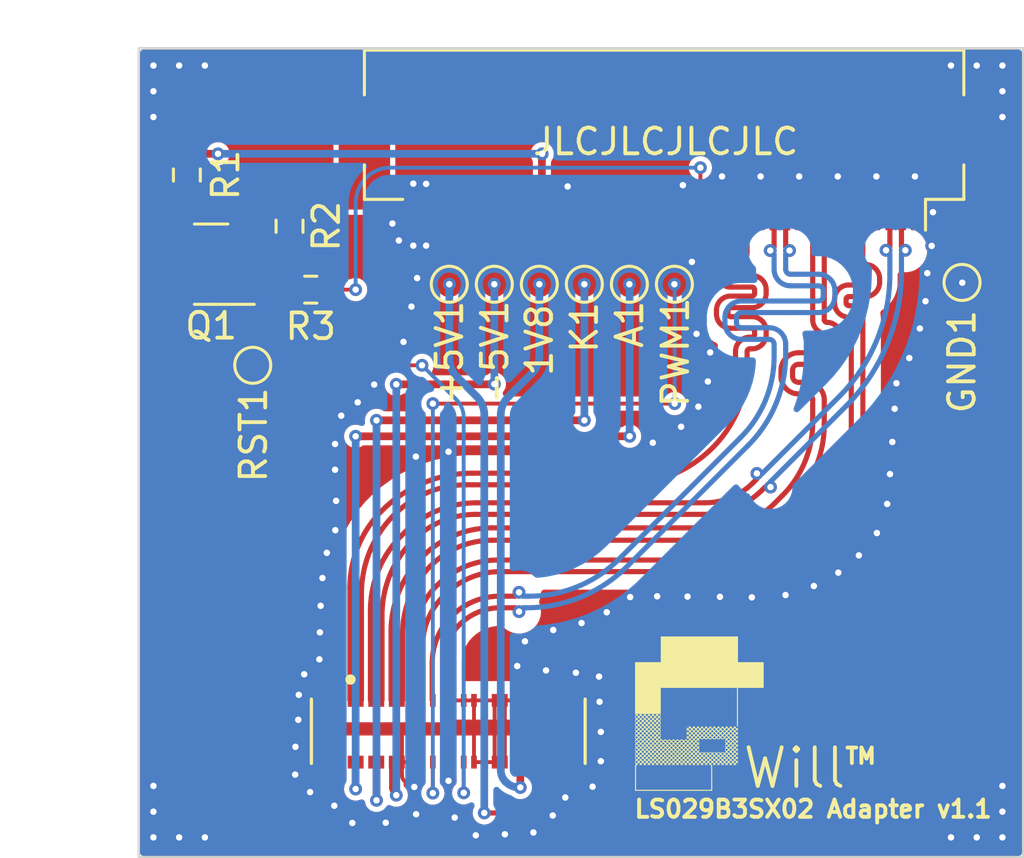
<source format=kicad_pcb>
(kicad_pcb (version 20240108) (generator "pcbnew") (generator_version "8.0")
  (layers (0 "F.Cu" signal) (31 "B.Cu" signal) (34 "B.Paste" user) (35 "F.Paste" user) (36 "B.SilkS" user "B.Silkscreen") (37 "F.SilkS" user "F.Silkscreen") (38 "B.Mask" user) (39 "F.Mask" user) (44 "Edge.Cuts" user))
  (net 0 "")
  (net 1 "GND")
  (net 2 "/D0_P")
  (net 3 "/D0_N")
  (net 4 "/D1_P")
  (net 5 "/D1_N")
  (net 6 "/CLK_P")
  (net 7 "/CLK_N")
  (net 8 "/D2_P")
  (net 9 "/D2_N")
  (net 10 "/D3_P")
  (net 11 "/D3_N")
  (net 12 "/PWM")
  (net 13 "/RESET")
  (net 14 "/LCD_A")
  (net 15 "/LCD_K")
  (net 16 "+1V8")
  (net 17 "-5V")
  (net 18 "+5V")
  (net 19 "Net-(J3-Pin_18)")
  (net 20 "Net-(Q1-B)")
  (footprint "Connector_JAE:JAE_WP7B-S040VA1-R6000" (layer "F.Cu") (at 147.96 140.375 180)
    (property "Reference" "J2" (hide yes))
    (property "Value" "WP7B-S040VA1-R6000")
  )
  (footprint "TestPoint:TestPoint_Pad_D1.0mm" (layer "F.Cu") (at 156.75 123 90)
    (property "Reference" "PWM1")
    (property "Value" "TestPoint")
  )
  (footprint "Resistor_SMD:R_0603_1608Metric" (layer "F.Cu") (at 142.615 123.21 180)
    (property "Reference" "R3")
    (property "Value" "1k")
  )
  (footprint "TestPoint:TestPoint_Pad_D1.0mm" (layer "F.Cu") (at 155 123)
    (property "Reference" "A1")
    (property "Value" "TestPoint")
  )
  (footprint "TestPoint:TestPoint_Pad_D1.0mm" (layer "F.Cu") (at 140.36 126.15)
    (property "Reference" "RST1")
    (property "Value" "TestPoint")
  )
  (footprint "LOGO" (layer "F.Cu") (at 156.72 140.69)
    (property "Reference" "")
    (property "Value" "" (hide yes))
  )
  (footprint "TestPoint:TestPoint_Pad_D1.0mm" (layer "F.Cu") (at 153.25 123)
    (property "Reference" "K1")
    (property "Value" "TestPoint")
  )
  (footprint "Resistor_SMD:R_0603_1608Metric" (layer "F.Cu") (at 141.79 120.745 -90)
    (property "Reference" "R2")
    (property "Value" "10k")
  )
  (footprint "TestPoint:TestPoint_Pad_D1.0mm" (layer "F.Cu") (at 151.5 123 90)
    (property "Reference" "1V8")
    (property "Value" "TestPoint")
  )
  (footprint "Package_TO_SOT_SMD:SOT-23" (layer "F.Cu") (at 138.7425 122.22 180)
    (property "Reference" "Q1")
    (property "Value" "BC847")
  )
  (footprint "TestPoint:TestPoint_Pad_D1.0mm" (layer "F.Cu") (at 148 123 90)
    (property "Reference" "+5V1")
    (property "Value" "TestPoint")
  )
  (footprint "Resistor_SMD:R_0603_1608Metric" (layer "F.Cu") (at 137.8 118.755 90)
    (property "Reference" "R1")
    (property "Value" "10k")
  )
  (footprint "Connector_FFC-FPC:Hirose_FH12-40S-0.5SH_1x40-1MP_P0.50mm_Horizontal" (layer "F.Cu") (at 156.35 118.4 180)
    (property "Reference" "J3" (hide yes))
    (property "Value" "Conn_01x40")
  )
  (footprint "TestPoint:TestPoint_Pad_D1.0mm" (layer "F.Cu") (at 167.93 122.93 90)
    (property "Reference" "GND1")
    (property "Value" "TestPoint")
  )
  (footprint "TestPoint:TestPoint_Pad_D1.0mm" (layer "F.Cu") (at 149.75 123 90)
    (property "Reference" "-5V1")
    (property "Value" "TestPoint")
  )
  (gr_rect (start 135.93 113.83) (end 170.31 145.27) (stroke (width 0.1)) (fill none) (layer "Edge.Cuts"))
  (gr_text "TM" (at 163.32 141.69 0) (layer "F.SilkS") (effects (font (size 0.6 0.6)) (justify left bottom)))
  (gr_text "LS029B3SX02 Adapter v1.1\n" (at 155.12 143.79 0) (layer "F.SilkS") (effects (font (size 0.67 0.67)) (justify left bottom)))
  (gr_text "Will" (at 159.32 142.69 0) (layer "F.SilkS") (effects (font (size 1.5 1.5)) (justify left bottom)))
  (gr_text "JLCJLCJLCJLC" (at 151.17 118.04 0) (layer "F.SilkS") (effects (font (size 1 1)) (justify left bottom)))
  (segment (start 149.1 120.25) (end 150.1 120.25) (width 0.25) (layer "F.Cu") (net 0))
  (segment (start 146.64 142.54) (end 146.56 142.46) (width 0.15) (layer "F.Cu") (net 1))
  (segment (start 146.96 141.575) (end 146.96 140.48) (width 0.15) (layer "F.Cu") (net 1))
  (segment (start 150.56 139.175) (end 150.56 140.25) (width 0.15) (layer "F.Cu") (net 1))
  (segment (start 149.36 139.175) (end 149.36 141.575) (width 0.15) (layer "F.Cu") (net 1))
  (segment (start 148.16 139.175) (end 148.16 140.16) (width 0.15) (layer "F.Cu") (net 1))
  (segment (start 151.76 139.175) (end 151.76 140.25) (width 0.15) (layer "F.Cu") (net 1))
  (segment (start 148.56 139.175) (end 148.56 140.21) (width 0.15) (layer "F.Cu") (net 1))
  (segment (start 148.96 141.575) (end 150.16 141.575) (width 0.15) (layer "F.Cu") (net 1))
  (segment (start 150.16 139.175) (end 150.16 141.575) (width 0.15) (layer "F.Cu") (net 1))
  (segment (start 146.64 142.54) (end 146.49 142.54) (width 0.15) (layer "F.Cu") (net 1))
  (segment (start 166.1 120.25) (end 166.1 118.81) (width 0.25) (layer "F.Cu") (net 1))
  (segment (start 146.64 142.54) (end 146.872132 142.307868) (width 0.15) (layer "F.Cu") (net 1))
  (segment (start 150.96 139.175) (end 150.96 140.24) (width 0.15) (layer "F.Cu") (net 1))
  (segment (start 161.6 120.25) (end 161.6 118.81) (width 0.25) (layer "F.Cu") (net 1))
  (segment (start 163.1 120.25) (end 163.1 118.81) (width 0.25) (layer "F.Cu") (net 1))
  (segment (start 158.6 120.25) (end 158.6 118.81) (width 0.25) (layer "F.Cu") (net 1))
  (segment (start 148.96 139.175) (end 148.96 141.575) (width 0.15) (layer "F.Cu") (net 1))
  (segment (start 146.16 141.575) (end 146.16 140.41) (width 0.15) (layer "F.Cu") (net 1))
  (segment (start 146.16 141.575) (end 146.96 141.575) (width 0.15) (layer "F.Cu") (net 1))
  (segment (start 148.16 139.175) (end 151.76 139.175) (width 0.15) (layer "F.Cu") (net 1))
  (segment (start 146.96 142.095736) (end 146.96 141.575) (width 0.15) (layer "F.Cu") (net 1))
  (segment (start 146.56 142.46) (end 146.56 141.575) (width 0.15) (layer "F.Cu") (net 1))
  (segment (start 151.36 139.175) (end 151.36 140.24) (width 0.15) (layer "F.Cu") (net 1))
  (segment (start 146.49 142.54) (end 146.247868 142.297868) (width 0.15) (layer "F.Cu") (net 1))
  (segment (start 149.76 139.175) (end 149.76 141.575) (width 0.15) (layer "F.Cu") (net 1))
  (segment (start 164.6 120.25) (end 164.6 118.81) (width 0.25) (layer "F.Cu") (net 1))
  (segment (start 160.1 120.25) (end 160.1 118.81) (width 0.25) (layer "F.Cu") (net 1))
  (segment (start 146.16 142.085736) (end 146.16 141.575) (width 0.15) (layer "F.Cu") (net 1))
  (segment (start 146.56 141.575) (end 146.56 140.36) (width 0.15) (layer "F.Cu") (net 1))
  (via (at 145.79 120.64) (size 0.5) (drill 0.25) (layers "F.Cu" "B.Cu") (net 1))
  (via (at 136.5 142.5) (size 0.5) (drill 0.25) (layers "F.Cu" "B.Cu") (net 1))
  (via (at 138.5 114.5) (size 0.5) (drill 0.25) (layers "F.Cu" "B.Cu") (net 1))
  (via (at 143.53 143.27) (size 0.5) (drill 0.25) (layers "F.Cu" "B.Cu") (net 1))
  (via (at 137.5 144.5) (size 0.5) (drill 0.25) (layers "F.Cu" "B.Cu") (net 1))
  (via (at 148.21 143.73) (size 0.5) (drill 0.25) (layers "F.Cu" "B.Cu") (net 1))
  (via (at 153.14 136.17) (size 0.5) (drill 0.25) (layers "F.Cu" "B.Cu") (net 1))
  (via (at 146.04 121.3) (size 0.5) (drill 0.25) (layers "F.Cu" "B.Cu") (net 1))
  (via (at 166.51 123.66) (size 0.5) (drill 0.25) (layers "F.Cu" "B.Cu") (net 1))
  (via (at 166.1 118.81) (size 0.5) (drill 0.25) (layers "F.Cu" "B.Cu") (net 1))
  (via (at 146.6 121.5) (size 0.5) (drill 0.25) (layers "F.Cu" "B.Cu") (net 1))
  (via (at 169.5 115.5) (size 0.5) (drill 0.25) (layers "F.Cu" "B.Cu") (net 1))
  (via (at 147.97 129.51) (size 0.5) (drill 0.25) (layers "F.Cu" "B.Cu") (net 1))
  (via (at 142.97 136.53) (size 0.5) (drill 0.25) (layers "F.Cu" "B.Cu") (net 1))
  (via (at 153.89 141.54) (size 0.5) (drill 0.25) (layers "F.Cu" "B.Cu") (net 1))
  (via (at 136.5 144.5) (size 0.5) (drill 0.25) (layers "F.Cu" "B.Cu") (net 1))
  (via (at 150.16 144.38) (size 0.5) (drill 0.25) (layers "F.Cu" "B.Cu") (net 1))
  (via (at 146.7 129.7) (size 0.5) (drill 0.25) (layers "F.Cu" "B.Cu") (net 1))
  (via (at 146.53 123.87) (size 0.5) (drill 0.25) (layers "F.Cu" "B.Cu") (net 1))
  (via (at 165.31 127.84) (size 0.5) (drill 0.25) (layers "F.Cu" "B.Cu") (net 1))
  (via (at 165.02 131.54) (size 0.5) (drill 0.25) (layers "F.Cu" "B.Cu") (net 1))
  (via (at 167.5 144.5) (size 0.5) (drill 0.25) (layers "F.Cu" "B.Cu") (net 1))
  (via (at 163.92 133.54) (size 0.5) (drill 0.25) (layers "F.Cu" "B.Cu") (net 1))
  (via (at 161.6 118.81) (size 0.5) (drill 0.25) (layers "F.Cu" "B.Cu") (net 1))
  (via (at 157.26 135.14) (size 0.5) (drill 0.25) (layers "F.Cu" "B.Cu") (net 1))
  (via (at 158.6 118.81) (size 0.5) (drill 0.25) (layers "F.Cu" "B.Cu") (net 1))
  (via (at 149.03 144.42) (size 0.5) (drill 0.25) (layers "F.Cu" "B.Cu") (net 1))
  (via (at 142.01 142.06) (size 0.5) (drill 0.25) (layers "F.Cu" "B.Cu") (net 1))
  (via (at 163.1 118.81) (size 0.5) (drill 0.25) (layers "F.Cu" "B.Cu") (net 1))
  (via (at 150.64 137.84) (size 0.5) (drill 0.25) (layers "F.Cu" "B.Cu") (net 1))
  (via (at 169.5 142.5) (size 0.5) (drill 0.25) (layers "F.Cu" "B.Cu") (net 1))
  (via (at 143.57 132.56) (size 0.5) (drill 0.25) (layers "F.Cu" "B.Cu") (net 1))
  (via (at 157.68 127.76) (size 0.5) (drill 0.25) (layers "F.Cu" "B.Cu") (net 1))
  (via (at 151.76 138.01) (size 0.5) (drill 0.25) (layers "F.Cu" "B.Cu") (net 1))
  (via (at 154.12 135.75) (size 0.5) (drill 0.25) (layers "F.Cu" "B.Cu") (net 1))
  (via (at 152.02 143.65) (size 0.5) (drill 0.25) (layers "F.Cu" "B.Cu") (net 1))
  (via (at 165.38 126.85) (size 0.5) (drill 0.25) (layers "F.Cu" "B.Cu") (net 1))
  (via (at 155.91 129.16) (size 0.5) (drill 0.25) (layers "F.Cu" "B.Cu") (net 1))
  (via (at 165.22 129.13) (size 0.5) (drill 0.25) (layers "F.Cu" "B.Cu") (net 1))
  (via (at 168.5 114.5) (size 0.5) (drill 0.25) (layers "F.Cu" "B.Cu") (net 1))
  (via (at 143.8 128.11) (size 0.5) (drill 0.25) (layers "F.Cu" "B.Cu") (net 1))
  (via (at 143.24 133.44) (size 0.5) (drill 0.25) (layers "F.Cu" "B.Cu") (net 1))
  (via (at 147.1 121.5) (size 0.5) (drill 0.25) (layers "F.Cu" "B.Cu") (net 1))
  (via (at 167.5 114.5) (size 0.5) (drill 0.25) (layers "F.Cu" "B.Cu") (net 1))
  (via (at 137.5 114.5) (size 0.5) (drill 0.25) (layers "F.Cu" "B.Cu") (net 1))
  (via (at 158.05 126.78) (size 0.5) (drill 0.25) (layers "F.Cu" "B.Cu") (net 1))
  (via (at 157.61 124.93) (size 0.5) (drill 0.25) (layers "F.Cu" "B.Cu") (net 1))
  (via (at 164.62 132.67) (size 0.5) (drill 0.25) (layers "F.Cu" "B.Cu") (net 1))
  (via (at 157.43 122.13) (size 0.5) (drill 0.25) (layers "F.Cu" "B.Cu") (net 1))
  (via (at 166.75 121.51) (size 0.5) (drill 0.25) (layers "F.Cu" "B.Cu") (net 1))
  (via (at 146.64 142.54) (size 0.5) (drill 0.25) (layers "F.Cu" "B.Cu") (net 1))
  (via (at 161.07 135.08) (size 0.5) (drill 0.25) (layers "F.Cu" "B.Cu") (net 1))
  (via (at 165.13 130.38) (size 0.5) (drill 0.25) (layers "F.Cu" "B.Cu") (net 1))
  (via (at 153.84 139.23) (size 0.5) (drill 0.25) (layers "F.Cu" "B.Cu") (net 1))
  (via (at 163.12 134.21) (size 0.5) (drill 0.25) (layers "F.Cu" "B.Cu") (net 1))
  (via (at 146.71 143.6) (size 0.5) (drill 0.25) (layers "F.Cu" "B.Cu") (net 1))
  (via (at 150.94 136.88) (size 0.5) (drill 0.25) (layers "F.Cu" "B.Cu") (net 1))
  (via (at 146.75 122.76) (size 0.5) (drill 0.25) (layers "F.Cu" "B.Cu") (net 1))
  (via (at 136.5 143.5) (size 0.5) (drill 0.25) (layers "F.Cu" "B.Cu") (net 1))
  (via (at 152.51 142.95) (size 0.5) (drill 0.25) (layers "F.Cu" "B.Cu") (net 1))
  (via (at 152.92 138.1) (size 0.5) (drill 0.25) (layers "F.Cu" "B.Cu") (net 1))
  (via (at 165.88 125.87) (size 0.5) (drill 0.25) (layers "F.Cu" "B.Cu") (net 1))
  (via (at 136.5 114.5) (size 0.5) (drill 0.25) (layers "F.Cu" "B.Cu") (net 1))
  (via (at 147.1 119.1) (size 0.5) (drill 0.25) (layers "F.Cu" "B.Cu") (net 1))
  (via (at 155.03 135.16) (size 0.5) (drill 0.25) (layers "F.Cu" "B.Cu") (net 1))
  (via (at 143.56 130.21) (size 0.5) (drill 0.25) (layers "F.Cu" "B.Cu") (net 1))
  (via (at 169.5 116.5) (size 0.5) (drill 0.25) (layers "F.Cu" "B.Cu") (net 1))
  (via (at 169.5 143.5) (size 0.5) (drill 0.25) (layers "F.Cu" "B.Cu") (net 1))
  (via (at 169.5 114.5) (size 0.5) (drill 0.25) (layers "F.Cu" "B.Cu") (net 1))
  (via (at 162.17 134.73) (size 0.5) (drill 0.25) (layers "F.Cu" "B.Cu") (net 1))
  (via (at 145.53 143.93) (size 0.5) (drill 0.25) (layers "F.Cu" "B.Cu") (net 1))
  (via (at 151.27 144.31) (size 0.5) (drill 0.25) (layers "F.Cu" "B.Cu") (net 1))
  (via (at 153.57 142.53) (size 0.5) (drill 0.25) (layers "F.Cu" "B.Cu") (net 1))
  (via (at 138.5 144.5) (size 0.5) (drill 0.25) (layers "F.Cu" "B.Cu") (net 1))
  (via (at 136.5 116.5) (size 0.5) (drill 0.25) (layers "F.Cu" "B.Cu") (net 1))
  (via (at 142.02 140.98) (size 0.5) (drill 0.25) (layers "F.Cu" "B.Cu") (net 1))
  (via (at 158.14 125.65) (size 0.5) (drill 0.25) (layers "F.Cu" "B.Cu") (net 1))
  (via (at 153.82 138.25) (size 0.5) (drill 0.25) (layers "F.Cu" "B.Cu") (net 1))
  (via (at 142.15 138.96) (size 0.5) (drill 0.25) (layers "F.Cu" "B.Cu") (net 1))
  (via (at 156.08 135.13) (size 0.5) (drill 0.25) (layers "F.Cu" "B.Cu") (net 1))
  (via (at 152.6 119.2) (size 0.5) (drill 0.25) (layers "F.Cu" "B.Cu") (net 1))
  (via (at 168.5 144.5) (size 0.5) (drill 0.25) (layers "F.Cu" "B.Cu") (net 1))
  (via (at 142.59 142.74) (size 0.5) (drill 0.25) (layers "F.Cu" "B.Cu") (net 1))
  (via (at 143.6 131.42) (size 0.5) (drill 0.25) (layers "F.Cu" "B.Cu") (net 1))
  (via (at 157.01 128.54) (size 0.5) (drill 0.25) (layers "F.Cu" "B.Cu") (net 1))
  (via (at 169.5 144.5) (size 0.5) (drill 0.25) (layers "F.Cu" "B.Cu") (net 1))
  (via (at 147.97 142.3) (size 0.5) (drill 0.25) (layers "F.Cu" "B.Cu") (net 1))
  (via (at 142.95 137.58) (size 0.5) (drill 0.25) (layers "F.Cu" "B.Cu") (net 1))
  (via (at 166.58 122.57) (size 0.5) (drill 0.25) (layers "F.Cu" "B.Cu") (net 1))
  (via (at 166.8 120.2) (size 0.5) (drill 0.25) (layers "F.Cu" "B.Cu") (net 1))
  (via (at 136.5 115.5) (size 0.5) (drill 0.25) (layers "F.Cu" "B.Cu") (net 1))
  (via (at 152.04 136.44) (size 0.5) (drill 0.25) (layers "F.Cu" "B.Cu") (net 1))
  (via (at 157.08 119.15) (size 0.5) (drill 0.25) (layers "F.Cu" "B.Cu") (net 1))
  (via (at 164.6 118.81) (size 0.5) (drill 0.25) (layers "F.Cu" "B.Cu") (net 1))
  (via (at 144.44 127.59) (size 0.5) (drill 0.25) (layers "F.Cu" "B.Cu") (net 1))
  (via (at 167.94 122.94) (size 0.5) (drill 0.25) (layers "F.Cu" "B.Cu") (net 1))
  (via (at 143 135.5) (size 0.5) (drill 0.25) (layers "F.Cu" "B.Cu") (net 1))
  (via (at 142.36 138.16) (size 0.5) (drill 0.25) (layers "F.Cu" "B.Cu") (net 1))
  (via (at 143.07 134.42) (size 0.5) (drill 0.25) (layers "F.Cu" "B.Cu") (net 1))
  (via (at 143.56 129.21) (size 0.5) (drill 0.25) (layers "F.Cu" "B.Cu") (net 1))
  (via (at 159.76 135.17) (size 0.5) (drill 0.25) (layers "F.Cu" "B.Cu") (net 1))
  (via (at 160.1 118.81) (size 0.5) (drill 0.25) (layers "F.Cu" "B.Cu") (net 1))
  (via (at 146.6 119.09) (size 0.5) (drill 0.25) (layers "F.Cu" "B.Cu") (net 1))
  (via (at 144.23 143.94) (size 0.5) (drill 0.25) (layers "F.Cu" "B.Cu") (net 1))
  (via (at 145.08 126.9) (size 0.5) (drill 0.25) (layers "F.Cu" "B.Cu") (net 1))
  (via (at 166.29 124.72) (size 0.5) (drill 0.25) (layers "F.Cu" "B.Cu") (net 1))
  (via (at 158.52 135.15) (size 0.5) (drill 0.25) (layers "F.Cu" "B.Cu") (net 1))
  (via (at 146.22 125.24) (size 0.5) (drill 0.25) (layers "F.Cu" "B.Cu") (net 1))
  (via (at 142.13 139.93) (size 0.5) (drill 0.25) (layers "F.Cu" "B.Cu") (net 1))
  (via (at 153.89 140.4) (size 0.5) (drill 0.25) (layers "F.Cu" "B.Cu") (net 1))
  (arc (start 146.16 142.085736) (mid 146.182836 142.200541) (end 146.247868 142.297868) (width 0.15) (layer "F.Cu") (net 1))
  (arc (start 146.96 142.095736) (mid 146.937164 142.210541) (end 146.872132 142.307868) (width 0.15) (layer "F.Cu") (net 1))
  (segment (start 160.273033 130.885166) (end 160.485166 130.885166) (width 0.2) (layer "F.Cu") (net 2))
  (segment (start 160.176487 130.981712) (end 160.273033 130.885166) (width 0.2) (layer "F.Cu") (net 2))
  (segment (start 145.385001 139.149999) (end 145.385001 135.870775) (width 0.2) (layer "F.Cu") (net 2))
  (segment (start 165.6 120.25) (end 165.54 120.31) (width 0.18) (layer "F.Cu") (net 2))
  (segment (start 149.03259 131.945) (end 157.850904 131.945) (width 0.2) (layer "F.Cu") (net 2))
  (segment (start 165.725 121.68) (end 165.575 121.53) (width 0.2) (layer "F.Cu") (net 2))
  (segment (start 145.36 139.175) (end 145.385001 139.149999) (width 0.2) (layer "F.Cu") (net 2))
  (segment (start 165.575 121.53) (end 165.575 120.69) (width 0.2) (layer "F.Cu") (net 2))
  (segment (start 165.6 120.25) (end 165.54 120.31) (width 0.18) (layer "F.Cu") (net 2))
  (via (at 160.485166 130.885166) (size 0.5) (drill 0.25) (layers "F.Cu" "B.Cu") (net 2))
  (via (at 165.725 121.68) (size 0.5) (drill 0.25) (layers "F.Cu" "B.Cu") (net 2))
  (arc (start 149.03259 131.945) (mid 147.712006 132.20768) (end 146.592469 132.955731) (width 0.2) (layer "F.Cu") (net 2))
  (arc (start 157.850904 131.945) (mid 159.1095 131.69465) (end 160.176487 130.981712) (width 0.2) (layer "F.Cu") (net 2))
  (arc (start 145.385001 135.870775) (mid 145.698804 134.29318) (end 146.592469 132.955731) (width 0.2) (layer "F.Cu") (net 2))
  (segment (start 165.575001 122.514593) (end 165.575001 121.829999) (width 0.2) (layer "B.Cu") (net 2))
  (segment (start 160.485166 130.885166) (end 160.485166 130.673033) (width 0.2) (layer "B.Cu") (net 2))
  (segment (start 160.485166 130.673033) (end 163.405171 127.753028) (width 0.2) (layer "B.Cu") (net 2))
  (segment (start 165.575001 121.829999) (end 165.725 121.68) (width 0.2) (layer "B.Cu") (net 2))
  (arc (start 165.575001 122.514593) (mid 165.01108 125.349613) (end 163.405171 127.753028) (width 0.2) (layer "B.Cu") (net 2))
  (segment (start 146.14168 132.77012) (end 146.24865 132.663149) (width 0.2) (layer "F.Cu") (net 3))
  (segment (start 164.975 121.68) (end 165.125 121.53) (width 0.2) (layer "F.Cu") (net 3))
  (segment (start 165.125 121.53) (end 165.125 120.69) (width 0.2) (layer "F.Cu") (net 3))
  (segment (start 149.068785 131.495) (end 157.93251 131.495) (width 0.2) (layer "F.Cu") (net 3))
  (segment (start 159.800582 130.721219) (end 159.954834 130.566967) (width 0.2) (layer "F.Cu") (net 3))
  (segment (start 159.954834 130.566967) (end 159.954834 130.354834) (width 0.2) (layer "F.Cu") (net 3))
  (segment (start 144.934999 139.149999) (end 144.934999 135.683307) (width 0.2) (layer "F.Cu") (net 3))
  (segment (start 144.96 139.175) (end 144.934999 139.149999) (width 0.2) (layer "F.Cu") (net 3))
  (via (at 164.975 121.68) (size 0.5) (drill 0.25) (layers "F.Cu" "B.Cu") (net 3))
  (via (at 159.954834 130.354834) (size 0.5) (drill 0.25) (layers "F.Cu" "B.Cu") (net 3))
  (arc (start 144.934999 135.683307) (mid 145.248605 134.106702) (end 146.14168 132.77012) (width 0.2) (layer "F.Cu") (net 3))
  (arc (start 149.068785 131.495) (mid 147.542537 131.798592) (end 146.24865 132.663149) (width 0.2) (layer "F.Cu") (net 3))
  (arc (start 157.93251 131.495) (mid 158.943503 131.293901) (end 159.800582 130.721219) (width 0.2) (layer "F.Cu") (net 3))
  (segment (start 160.166967 130.354834) (end 163.151681 127.37012) (width 0.2) (layer "B.Cu") (net 3))
  (segment (start 159.954834 130.354834) (end 160.166967 130.354834) (width 0.2) (layer "B.Cu") (net 3))
  (segment (start 165.124999 121.829999) (end 164.975 121.68) (width 0.2) (layer "B.Cu") (net 3))
  (segment (start 165.124999 122.606109) (end 165.124999 121.829999) (width 0.2) (layer "B.Cu") (net 3))
  (arc (start 163.151681 127.37012) (mid 164.61215 125.184373) (end 165.124999 122.606109) (width 0.2) (layer "B.Cu") (net 3))
  (segment (start 147.837717 135.062284) (end 147.768556 135.131446) (width 0.2) (layer "F.Cu") (net 4))
  (segment (start 164.1 120.25) (end 164.1 121.225001) (width 0.2) (layer "F.Cu") (net 4))
  (segment (start 164.075 124.38) (end 164.075 124.53) (width 0.2) (layer "F.Cu") (net 4))
  (segment (start 164.175 123.48) (end 164.075 123.48) (width 0.2) (layer "F.Cu") (net 4))
  (segment (start 164.075 130.080668) (end 164.075 130.128188) (width 0.2) (layer "F.Cu") (net 4))
  (segment (start 164.075 121.250001) (end 164.075 122.13) (width 0.2) (layer "F.Cu") (net 4))
  (segment (start 164.075 124.53) (end 164.075 130.080668) (width 0.2) (layer "F.Cu") (net 4))
  (segment (start 163.425 123.58) (end 163.425 123.73) (width 0.2) (layer "F.Cu") (net 4))
  (segment (start 146.96 137.0835) (end 146.96 139.175) (width 0.2) (layer "F.Cu") (net 4))
  (segment (start 164.075 123.48) (end 163.525 123.48) (width 0.2) (layer "F.Cu") (net 4))
  (segment (start 159.54463 134.17) (end 149.991857 134.17) (width 0.2) (layer "F.Cu") (net 4))
  (segment (start 164.1 121.225001) (end 164.075 121.250001) (width 0.2) (layer "F.Cu") (net 4))
  (segment (start 164.725 122.78) (end 164.725 122.93) (width 0.2) (layer "F.Cu") (net 4))
  (arc (start 164.075 130.128188) (mid 163.793636 131.542703) (end 162.992378 132.74187) (width 0.2) (layer "F.Cu") (net 4))
  (arc (start 147.768556 135.131446) (mid 147.170136 136.027058) (end 146.96 137.0835) (width 0.2) (layer "F.Cu") (net 4))
  (arc (start 164.175 122.23) (mid 164.563909 122.391091) (end 164.725 122.78) (width 0.2) (layer "F.Cu") (net 4))
  (arc (start 162.992378 132.74187) (mid 161.410514 133.798852) (end 159.54463 134.17) (width 0.2) (layer "F.Cu") (net 4))
  (arc (start 163.525 123.48) (mid 163.454289 123.509289) (end 163.425 123.58) (width 0.2) (layer "F.Cu") (net 4))
  (arc (start 149.991857 134.17) (mid 148.826043 134.401897) (end 147.837717 135.062284) (width 0.2) (layer "F.Cu") (net 4))
  (arc (start 164.075 122.13) (mid 164.104289 122.200711) (end 164.175 122.23) (width 0.2) (layer "F.Cu") (net 4))
  (arc (start 163.425 123.73) (mid 163.454289 123.800711) (end 163.525 123.83) (width 0.2) (layer "F.Cu") (net 4))
  (arc (start 163.525 123.83) (mid 163.913909 123.991091) (end 164.075 124.38) (width 0.2) (layer "F.Cu") (net 4))
  (arc (start 164.725 122.93) (mid 164.563909 123.318909) (end 164.175 123.48) (width 0.2) (layer "F.Cu") (net 4))
  (segment (start 163.6 121.225001) (end 163.625 121.250001) (width 0.2) (layer "F.Cu") (net 5))
  (segment (start 163.6 120.25) (end 163.6 121.225001) (width 0.2) (layer "F.Cu") (net 5))
  (segment (start 164.075 123.03) (end 163.525 123.03) (width 0.2) (layer "F.Cu") (net 5))
  (segment (start 163.625 124.53) (end 163.625 130.080668) (width 0.2) (layer "F.Cu") (net 5))
  (segment (start 164.175 123.03) (end 164.075 123.03) (width 0.2) (layer "F.Cu") (net 5))
  (segment (start 159.63372 133.72) (end 149.891053 133.72) (width 0.2) (layer "F.Cu") (net 5))
  (segment (start 163.625 121.250001) (end 163.625 122.13) (width 0.2) (layer "F.Cu") (net 5))
  (segment (start 163.625 124.38) (end 163.625 124.53) (width 0.2) (layer "F.Cu") (net 5))
  (segment (start 164.275 122.78) (end 164.275 122.93) (width 0.2) (layer "F.Cu") (net 5))
  (segment (start 162.975 123.58) (end 162.975 123.73) (width 0.2) (layer "F.Cu") (net 5))
  (segment (start 146.534999 139.149999) (end 146.56 139.175) (width 0.2) (layer "F.Cu") (net 5))
  (segment (start 146.534999 137.106959) (end 146.534999 139.149999) (width 0.2) (layer "F.Cu") (net 5))
  (arc (start 164.175 122.68) (mid 164.245711 122.709289) (end 164.275 122.78) (width 0.2) (layer "F.Cu") (net 5))
  (arc (start 147.533404 134.696596) (mid 146.794476 135.80248) (end 146.534999 137.106959) (width 0.2) (layer "F.Cu") (net 5))
  (arc (start 163.625 122.13) (mid 163.786091 122.518909) (end 164.175 122.68) (width 0.2) (layer "F.Cu") (net 5))
  (arc (start 163.525 123.03) (mid 163.136091 123.191091) (end 162.975 123.58) (width 0.2) (layer "F.Cu") (net 5))
  (arc (start 149.891053 133.72) (mid 148.615126 133.973798) (end 147.533404 134.696596) (width 0.2) (layer "F.Cu") (net 5))
  (arc (start 164.275 122.93) (mid 164.245711 123.000711) (end 164.175 123.03) (width 0.2) (layer "F.Cu") (net 5))
  (arc (start 162.975 123.73) (mid 163.136091 124.118909) (end 163.525 124.28) (width 0.2) (layer "F.Cu") (net 5))
  (arc (start 162.631987 132.478013) (mid 161.256311 133.397247) (end 159.63372 133.72) (width 0.2) (layer "F.Cu") (net 5))
  (arc (start 163.625 130.080668) (mid 163.366924 131.378102) (end 162.631987 132.478013) (width 0.2) (layer "F.Cu") (net 5))
  (arc (start 163.525 124.28) (mid 163.595711 124.309289) (end 163.625 124.38) (width 0.2) (layer "F.Cu") (net 5))
  (segment (start 162.675 126.1125) (end 162.575 126.1125) (width 0.2) (layer "F.Cu") (net 6))
  (segment (start 162.575 128.367498) (end 162.575 128.444406) (width 0.2) (layer "F.Cu") (net 6))
  (segment (start 161.576982 126.8125) (end 161.89 126.8125) (width 0.2) (layer "F.Cu") (net 6))
  (segment (start 161.294717 131.535283) (end 161.065141 131.764859) (width 0.2) (layer "F.Cu") (net 6))
  (segment (start 162.575 121.250001) (end 162.575 124.38) (width 0.2) (layer "F.Cu") (net 6))
  (segment (start 163.225 125.03) (end 163.225 125.5625) (width 0.2) (layer "F.Cu") (net 6))
  (segment (start 162.575 127.7275) (end 162.575 128.367498) (width 0.2) (layer "F.Cu") (net 6))
  (segment (start 162.575 126.1125) (end 161.576982 126.1125) (width 0.2) (layer "F.Cu") (net 6))
  (segment (start 162.6 120.25) (end 162.6 121.225001) (width 0.2) (layer "F.Cu") (net 6))
  (segment (start 161.341982 126.3475) (end 161.341982 126.5775) (width 0.2) (layer "F.Cu") (net 6))
  (segment (start 146.185001 139.149999) (end 146.16 139.175) (width 0.2) (layer "F.Cu") (net 6))
  (segment (start 158.203958 132.95) (end 149.670404 132.95) (width 0.2) (layer "F.Cu") (net 6))
  (segment (start 162.6 121.225001) (end 162.575 121.250001) (width 0.2) (layer "F.Cu") (net 6))
  (segment (start 146.185001 136.583199) (end 146.185001 139.149999) (width 0.2) (layer "F.Cu") (net 6))
  (segment (start 162.575 127.4975) (end 162.575 127.7275) (width 0.2) (layer "F.Cu") (net 6))
  (arc (start 163.225 125.5625) (mid 163.063909 125.951409) (end 162.675 126.1125) (width 0.2) (layer "F.Cu") (net 6))
  (arc (start 162.675 124.48) (mid 163.063909 124.641091) (end 163.225 125.03) (width 0.2) (layer "F.Cu") (net 6))
  (arc (start 147.279764 133.940236) (mid 146.469516 135.152848) (end 146.185001 136.583199) (width 0.2) (layer "F.Cu") (net 6))
  (arc (start 161.89 126.8125) (mid 162.374368 127.013132) (end 162.575 127.4975) (width 0.2) (layer "F.Cu") (net 6))
  (arc (start 161.341982 126.5775) (mid 161.410812 126.74367) (end 161.576982 126.8125) (width 0.2) (layer "F.Cu") (net 6))
  (arc (start 149.670404 132.95) (mid 148.376599 133.207354) (end 147.279764 133.940236) (width 0.2) (layer "F.Cu") (net 6))
  (arc (start 162.575 128.444406) (mid 162.242265 130.117177) (end 161.294717 131.535283) (width 0.2) (layer "F.Cu") (net 6))
  (arc (start 161.065141 131.764859) (mid 159.752419 132.641992) (end 158.203958 132.95) (width 0.2) (layer "F.Cu") (net 6))
  (arc (start 161.576982 126.1125) (mid 161.410812 126.18133) (end 161.341982 126.3475) (width 0.2) (layer "F.Cu") (net 6))
  (arc (start 162.575 124.38) (mid 162.604289 124.450711) (end 162.675 124.48) (width 0.2) (layer "F.Cu") (net 6))
  (segment (start 162.125 121.250001) (end 162.125 124.38) (width 0.2) (layer "F.Cu") (net 7))
  (segment (start 162.1 121.225001) (end 162.125 121.250001) (width 0.2) (layer "F.Cu") (net 7))
  (segment (start 145.734999 136.514495) (end 145.734999 139.149999) (width 0.2) (layer "F.Cu") (net 7))
  (segment (start 162.775 125.03) (end 162.775 125.5625) (width 0.2) (layer "F.Cu") (net 7))
  (segment (start 145.734999 139.149999) (end 145.76 139.175) (width 0.2) (layer "F.Cu") (net 7))
  (segment (start 162.125 127.4975) (end 162.125 127.7275) (width 0.2) (layer "F.Cu") (net 7))
  (segment (start 160.945899 131.214101) (end 160.652319 131.507681) (width 0.2) (layer "F.Cu") (net 7))
  (segment (start 162.675 125.6625) (end 162.575 125.6625) (width 0.2) (layer "F.Cu") (net 7))
  (segment (start 158.329077 132.47) (end 149.662629 132.47) (width 0.2) (layer "F.Cu") (net 7))
  (segment (start 160.891982 126.3475) (end 160.891982 126.5775) (width 0.2) (layer "F.Cu") (net 7))
  (segment (start 161.576982 127.2625) (end 161.89 127.2625) (width 0.2) (layer "F.Cu") (net 7))
  (segment (start 162.125 127.7275) (end 162.125 128.367498) (width 0.2) (layer "F.Cu") (net 7))
  (segment (start 162.575 125.6625) (end 161.576982 125.6625) (width 0.2) (layer "F.Cu") (net 7))
  (segment (start 162.1 120.25) (end 162.1 121.225001) (width 0.2) (layer "F.Cu") (net 7))
  (arc (start 161.576982 125.6625) (mid 161.092614 125.863132) (end 160.891982 126.3475) (width 0.2) (layer "F.Cu") (net 7))
  (arc (start 162.125 124.38) (mid 162.286091 124.768909) (end 162.675 124.93) (width 0.2) (layer "F.Cu") (net 7))
  (arc (start 162.125 128.367498) (mid 161.818562 129.908068) (end 160.945899 131.214101) (width 0.2) (layer "F.Cu") (net 7))
  (arc (start 162.675 124.93) (mid 162.745711 124.959289) (end 162.775 125.03) (width 0.2) (layer "F.Cu") (net 7))
  (arc (start 146.943841 133.596159) (mid 146.049155 134.935128) (end 145.734999 136.514495) (width 0.2) (layer "F.Cu") (net 7))
  (arc (start 161.89 127.2625) (mid 162.05617 127.33133) (end 162.125 127.4975) (width 0.2) (layer "F.Cu") (net 7))
  (arc (start 160.891982 126.5775) (mid 161.092614 127.061868) (end 161.576982 127.2625) (width 0.2) (layer "F.Cu") (net 7))
  (arc (start 149.662629 132.47) (mid 148.191231 132.762679) (end 146.943841 133.596159) (width 0.2) (layer "F.Cu") (net 7))
  (arc (start 160.652319 131.507681) (mid 159.586407 132.219902) (end 158.329077 132.47) (width 0.2) (layer "F.Cu") (net 7))
  (arc (start 162.775 125.5625) (mid 162.745711 125.633211) (end 162.675 125.6625) (width 0.2) (layer "F.Cu") (net 7))
  (segment (start 161.1 120.25) (end 161.075001 120.274999) (width 0.2) (layer "F.Cu") (net 8))
  (segment (start 147.785001 137.706775) (end 147.785001 139.149999) (width 0.2) (layer "F.Cu") (net 8))
  (segment (start 161.075001 120.274999) (end 161.075001 121.540001) (width 0.2) (layer "F.Cu") (net 8))
  (segment (start 147.785001 139.149999) (end 147.76 139.175) (width 0.2) (layer "F.Cu") (net 8))
  (segment (start 161.075001 121.540001) (end 161.225 121.69) (width 0.2) (layer "F.Cu") (net 8))
  (segment (start 150.560001 135.575001) (end 149.983052 135.575001) (width 0.2) (layer "F.Cu") (net 8))
  (segment (start 150.71 135.725) (end 150.560001 135.575001) (width 0.2) (layer "F.Cu") (net 8))
  (via (at 161.225 121.69) (size 0.5) (drill 0.25) (layers "F.Cu" "B.Cu") (net 8))
  (via (at 150.71 135.725) (size 0.5) (drill 0.25) (layers "F.Cu" "B.Cu") (net 8))
  (arc (start 149.983052 135.575001) (mid 149.123979 135.745881) (end 148.395642 136.232558) (width 0.2) (layer "F.Cu") (net 8))
  (arc (start 148.395642 136.232558) (mid 147.943702 136.908935) (end 147.785001 137.706775) (width 0.2) (layer "F.Cu") (net 8))
  (segment (start 161.266 124.101001) (end 159.353932 124.101001) (width 0.2) (layer "B.Cu") (net 8))
  (segment (start 159.162933 124.292) (end 159.162933 124.5) (width 0.2) (layer "B.Cu") (net 8))
  (segment (start 162.346068 124.101001) (end 161.266 124.101001) (width 0.2) (layer "B.Cu") (net 8))
  (segment (start 161.075001 121.839999) (end 161.075001 122.42) (width 0.2) (layer "B.Cu") (net 8))
  (segment (start 162.987069 123.252) (end 162.987069 123.46) (width 0.2) (layer "B.Cu") (net 8))
  (segment (start 159.615 129.265) (end 154.934266 133.945734) (width 0.2) (layer "B.Cu") (net 8))
  (segment (start 151.000867 135.575001) (end 150.859999 135.575001) (width 0.2) (layer "B.Cu") (net 8))
  (segment (start 161.075001 125.332) (end 161.075001 125.54) (width 0.2) (layer "B.Cu") (net 8))
  (segment (start 159.353932 124.690999) (end 160.434 124.690999) (width 0.2) (layer "B.Cu") (net 8))
  (segment (start 161.225 121.69) (end 161.075001 121.839999) (width 0.2) (layer "B.Cu") (net 8))
  (segment (start 161.075001 125.54) (end 161.075001 125.740461) (width 0.2) (layer "B.Cu") (net 8))
  (segment (start 161.266 122.610999) (end 162.346068 122.610999) (width 0.2) (layer "B.Cu") (net 8))
  (segment (start 150.859999 135.575001) (end 150.71 135.725) (width 0.2) (layer "B.Cu") (net 8))
  (segment (start 159.615153 129.264847) (end 159.615 129.265) (width 0.2) (layer "B.Cu") (net 8))
  (arc (start 159.162933 124.5) (mid 159.218875 124.635057) (end 159.353932 124.690999) (width 0.2) (layer "B.Cu") (net 8))
  (arc (start 160.434 124.690999) (mid 160.887256 124.878744) (end 161.075001 125.332) (width 0.2) (layer "B.Cu") (net 8))
  (arc (start 162.346068 122.610999) (mid 162.799324 122.798744) (end 162.987069 123.252) (width 0.2) (layer "B.Cu") (net 8))
  (arc (start 161.075001 122.42) (mid 161.130943 122.555057) (end 161.266 122.610999) (width 0.2) (layer "B.Cu") (net 8))
  (arc (start 154.934266 133.945734) (mid 153.129607 135.151568) (end 151.000867 135.575001) (width 0.2) (layer "B.Cu") (net 8))
  (arc (start 162.987069 123.46) (mid 162.799324 123.913256) (end 162.346068 124.101001) (width 0.2) (layer "B.Cu") (net 8))
  (arc (start 159.353932 124.101001) (mid 159.218875 124.156943) (end 159.162933 124.292) (width 0.2) (layer "B.Cu") (net 8))
  (arc (start 161.075001 125.740461) (mid 160.695599 127.647845) (end 159.615153 129.264847) (width 0.2) (layer "B.Cu") (net 8))
  (segment (start 147.334999 139.149999) (end 147.36 139.175) (width 0.2) (layer "F.Cu") (net 9))
  (segment (start 150.71 134.975) (end 150.560001 135.124999) (width 0.2) (layer "F.Cu") (net 9))
  (segment (start 147.334999 137.729147) (end 147.334999 139.149999) (width 0.2) (layer "F.Cu") (net 9))
  (segment (start 160.624999 120.274999) (end 160.624999 121.540001) (width 0.2) (layer "F.Cu") (net 9))
  (segment (start 150.560001 135.124999) (end 149.960595 135.124999) (width 0.2) (layer "F.Cu") (net 9))
  (segment (start 160.6 120.25) (end 160.624999 120.274999) (width 0.2) (layer "F.Cu") (net 9))
  (segment (start 160.624999 121.540001) (end 160.475 121.69) (width 0.2) (layer "F.Cu") (net 9))
  (via (at 150.71 134.975) (size 0.5) (drill 0.25) (layers "F.Cu" "B.Cu") (net 9))
  (via (at 160.475 121.69) (size 0.5) (drill 0.25) (layers "F.Cu" "B.Cu") (net 9))
  (arc (start 148.093371 135.898429) (mid 147.532065 136.738429) (end 147.334999 137.729147) (width 0.2) (layer "F.Cu") (net 9))
  (arc (start 149.960595 135.124999) (mid 148.95006 135.326007) (end 148.093371 135.898429) (width 0.2) (layer "F.Cu") (net 9))
  (segment (start 161.266 123.061001) (end 162.346068 123.061001) (width 0.2) (layer "B.Cu") (net 9))
  (segment (start 160.624999 125.332) (end 160.624999 125.54) (width 0.2) (layer "B.Cu") (net 9))
  (segment (start 160.624999 125.54) (end 160.624999 125.817255) (width 0.2) (layer "B.Cu") (net 9))
  (segment (start 150.859999 135.124999) (end 150.71 134.975) (width 0.2) (layer "B.Cu") (net 9))
  (segment (start 162.346068 123.650999) (end 161.266 123.650999) (width 0.2) (layer "B.Cu") (net 9))
  (segment (start 160.475 121.69) (end 160.624999 121.839999) (width 0.2) (layer "B.Cu") (net 9))
  (segment (start 159.353932 125.141001) (end 160.434 125.141001) (width 0.2) (layer "B.Cu") (net 9))
  (segment (start 158.712931 124.292) (end 158.712931 124.5) (width 0.2) (layer "B.Cu") (net 9))
  (segment (start 159.315153 128.964847) (end 154.606235 133.673765) (width 0.2) (layer "B.Cu") (net 9))
  (segment (start 151.000867 135.124999) (end 150.859999 135.124999) (width 0.2) (layer "B.Cu") (net 9))
  (segment (start 161.266 123.650999) (end 159.353932 123.650999) (width 0.2) (layer "B.Cu") (net 9))
  (segment (start 159.325517 128.954483) (end 159.315153 128.964847) (width 0.2) (layer "B.Cu") (net 9))
  (segment (start 160.624999 121.839999) (end 160.624999 122.42) (width 0.2) (layer "B.Cu") (net 9))
  (segment (start 162.537067 123.252) (end 162.537067 123.46) (width 0.2) (layer "B.Cu") (net 9))
  (segment (start 151.102645 135.124999) (end 151.000867 135.124999) (width 0.2) (layer "B.Cu") (net 9))
  (arc (start 160.624999 125.817255) (mid 160.287275 127.51511) (end 159.325517 128.954483) (width 0.2) (layer "B.Cu") (net 9))
  (arc (start 162.346068 123.061001) (mid 162.481125 123.116943) (end 162.537067 123.252) (width 0.2) (layer "B.Cu") (net 9))
  (arc (start 154.606235 133.673765) (mid 152.998774 134.747835) (end 151.102645 135.124999) (width 0.2) (layer "B.Cu") (net 9))
  (arc (start 158.712931 124.5) (mid 158.900676 124.953256) (end 159.353932 125.141001) (width 0.2) (layer "B.Cu") (net 9))
  (arc (start 162.537067 123.46) (mid 162.481125 123.595057) (end 162.346068 123.650999) (width 0.2) (layer "B.Cu") (net 9))
  (arc (start 159.353932 123.650999) (mid 158.900676 123.838744) (end 158.712931 124.292) (width 0.2) (layer "B.Cu") (net 9))
  (arc (start 160.624999 122.42) (mid 160.812744 122.873256) (end 161.266 123.061001) (width 0.2) (layer "B.Cu") (net 9))
  (arc (start 160.434 125.141001) (mid 160.569057 125.196943) (end 160.624999 125.332) (width 0.2) (layer "B.Cu") (net 9))
  (segment (start 158.83464 124.01) (end 158.83464 124.16) (width 0.2) (layer "F.Cu") (net 10))
  (segment (start 158.83464 122.41) (end 158.83464 122.56) (width 0.2) (layer "F.Cu") (net 10))
  (segment (start 154.706133 130.795) (end 148.893097 130.795) (width 0.2) (layer "F.Cu") (net 10))
  (segment (start 160.31536 124.81) (end 160.31536 124.96) (width 0.2) (layer "F.Cu") (net 10))
  (segment (start 160.31536 123.21) (end 160.31536 123.36) (width 0.2) (layer "F.Cu") (net 10))
  (segment (start 159.125 124.26) (end 159.76536 124.26) (width 0.2) (layer "F.Cu") (net 10))
  (segment (start 159.575 123.91) (end 158.93464 123.91) (width 0.2) (layer "F.Cu") (net 10))
  (segment (start 159.6 120.25) (end 159.6 121.225001) (width 0.2) (layer "F.Cu") (net 10))
  (segment (start 154.744242 130.795) (end 154.706133 130.795) (width 0.2) (layer "F.Cu") (net 10))
  (segment (start 159.575 121.250001) (end 159.575 121.76) (width 0.2) (layer "F.Cu") (net 10))
  (segment (start 159.6 121.225001) (end 159.575 121.250001) (width 0.2) (layer "F.Cu") (net 10))
  (segment (start 144.585001 139.149999) (end 144.56 139.175) (width 0.2) (layer "F.Cu") (net 10))
  (segment (start 144.585001 135.035686) (end 144.585001 139.149999) (width 0.2) (layer "F.Cu") (net 10))
  (segment (start 148.893097 130.795) (end 148.668841 130.795) (width 0.2) (layer "F.Cu") (net 10))
  (segment (start 158.93464 124.26) (end 159.125 124.26) (width 0.2) (layer "F.Cu") (net 10))
  (segment (start 159.76536 125.51) (end 159.675 125.51) (width 0.2) (layer "F.Cu") (net 10))
  (segment (start 159.76536 123.91) (end 159.575 123.91) (width 0.2) (layer "F.Cu") (net 10))
  (segment (start 159.025 122.31) (end 158.93464 122.31) (width 0.2) (layer "F.Cu") (net 10))
  (segment (start 159.575 125.61) (end 159.575 125.76) (width 0.2) (layer "F.Cu") (net 10))
  (segment (start 159.025 122.66) (end 159.76536 122.66) (width 0.2) (layer "F.Cu") (net 10))
  (segment (start 159.575 125.76) (end 159.575 126.12806) (width 0.2) (layer "F.Cu") (net 10))
  (segment (start 158.93464 122.66) (end 159.025 122.66) (width 0.2) (layer "F.Cu") (net 10))
  (segment (start 159.6 120.25) (end 159.575001 120.274999) (width 0.2) (layer "F.Cu") (net 10))
  (arc (start 159.575 121.76) (mid 159.413909 122.148909) (end 159.025 122.31) (width 0.2) (layer "F.Cu") (net 10))
  (arc (start 158.93464 123.91) (mid 158.863929 123.939289) (end 158.83464 124.01) (width 0.2) (layer "F.Cu") (net 10))
  (arc (start 158.93464 122.31) (mid 158.863929 122.339289) (end 158.83464 122.41) (width 0.2) (layer "F.Cu") (net 10))
  (arc (start 159.76536 124.26) (mid 160.154269 124.421091) (end 160.31536 124.81) (width 0.2) (layer "F.Cu") (net 10))
  (arc (start 160.31536 123.36) (mid 160.154269 123.748909) (end 159.76536 123.91) (width 0.2) (layer "F.Cu") (net 10))
  (arc (start 160.31536 124.96) (mid 160.154269 125.348909) (end 159.76536 125.51) (width 0.2) (layer "F.Cu") (net 10))
  (arc (start 159.76536 122.66) (mid 160.154269 122.821091) (end 160.31536 123.21) (width 0.2) (layer "F.Cu") (net 10))
  (arc (start 159.675 125.51) (mid 159.604289 125.539289) (end 159.575 125.61) (width 0.2) (layer "F.Cu") (net 10))
  (arc (start 158.83464 124.16) (mid 158.863929 124.230711) (end 158.93464 124.26) (width 0.2) (layer "F.Cu") (net 10))
  (arc (start 158.83464 122.56) (mid 158.863929 122.630711) (end 158.93464 122.66) (width 0.2) (layer "F.Cu") (net 10))
  (arc (start 158.241985 129.346216) (mid 156.63722 130.418466) (end 154.744242 130.795) (width 0.2) (layer "F.Cu") (net 10))
  (arc (start 159.575 126.12806) (mid 159.22856 127.869716) (end 158.241985 129.346216) (width 0.2) (layer "F.Cu") (net 10))
  (arc (start 145.859557 131.958643) (mid 144.916246 133.370405) (end 144.585001 135.035686) (width 0.2) (layer "F.Cu") (net 10))
  (arc (start 148.668841 130.795) (mid 147.148468 131.097421) (end 145.859557 131.958643) (width 0.2) (layer "F.Cu") (net 10))
  (segment (start 159.86536 124.81) (end 159.86536 124.96) (width 0.2) (layer "F.Cu") (net 11))
  (segment (start 144.134999 134.811378) (end 144.134999 139.149999) (width 0.2) (layer "F.Cu") (net 11))
  (segment (start 159.125 124.71) (end 159.76536 124.71) (width 0.2) (layer "F.Cu") (net 11))
  (segment (start 159.1 120.25) (end 159.124999 120.274999) (width 0.2) (layer "F.Cu") (net 11))
  (segment (start 158.93464 124.71) (end 159.125 124.71) (width 0.2) (layer "F.Cu") (net 11))
  (segment (start 159.025 123.11) (end 159.76536 123.11) (width 0.2) (layer "F.Cu") (net 11))
  (segment (start 159.86536 123.21) (end 159.86536 123.36) (width 0.2) (layer "F.Cu") (net 11))
  (segment (start 159.76536 125.06) (end 159.675 125.06) (width 0.2) (layer "F.Cu") (net 11))
  (segment (start 159.575 123.46) (end 158.93464 123.46) (width 0.2) (layer "F.Cu") (net 11))
  (segment (start 159.1 120.25) (end 159.1 121.225001) (width 0.2) (layer "F.Cu") (net 11))
  (segment (start 159.125 125.76) (end 159.125 126.166172) (width 0.2) (layer "F.Cu") (net 11))
  (segment (start 159.125 125.61) (end 159.125 125.76) (width 0.2) (layer "F.Cu") (net 11))
  (segment (start 159.76536 123.46) (end 159.575 123.46) (width 0.2) (layer "F.Cu") (net 11))
  (segment (start 154.706133 130.345) (end 154.54 130.345) (width 0.2) (layer "F.Cu") (net 11))
  (segment (start 159.125 121.250001) (end 159.125 121.76) (width 0.2) (layer "F.Cu") (net 11))
  (segment (start 144.134999 139.149999) (end 144.16 139.175) (width 0.2) (layer "F.Cu") (net 11))
  (segment (start 158.38464 122.41) (end 158.38464 122.56) (width 0.2) (layer "F.Cu") (net 11))
  (segment (start 158.93464 123.11) (end 159.025 123.11) (width 0.2) (layer "F.Cu") (net 11))
  (segment (start 159.1 121.225001) (end 159.125 121.250001) (width 0.2) (layer "F.Cu") (net 11))
  (segment (start 154.54 130.345) (end 148.893097 130.345) (width 0.2) (layer "F.Cu") (net 11))
  (segment (start 159.025 121.86) (end 158.93464 121.86) (width 0.2) (layer "F.Cu") (net 11))
  (segment (start 158.38464 124.01) (end 158.38464 124.16) (width 0.2) (layer "F.Cu") (net 11))
  (arc (start 158.38464 122.56) (mid 158.545731 122.948909) (end 158.93464 123.11) (width 0.2) (layer "F.Cu") (net 11))
  (arc (start 145.382779 131.799021) (mid 144.459277 133.181122) (end 144.134999 134.811378) (width 0.2) (layer "F.Cu") (net 11))
  (arc (start 159.76536 124.71) (mid 159.836071 124.739289) (end 159.86536 124.81) (width 0.2) (layer "F.Cu") (net 11))
  (arc (start 159.76536 123.11) (mid 159.836071 123.139289) (end 159.86536 123.21) (width 0.2) (layer "F.Cu") (net 11))
  (arc (start 159.125 126.166172) (mid 158.819825 127.700393) (end 157.950758 129.001042) (width 0.2) (layer "F.Cu") (net 11))
  (arc (start 148.893097 130.345) (mid 146.993327 130.722888) (end 145.382779 131.799021) (width 0.2) (layer "F.Cu") (net 11))
  (arc (start 159.86536 123.36) (mid 159.836071 123.430711) (end 159.76536 123.46) (width 0.2) (layer "F.Cu") (net 11))
  (arc (start 159.675 125.06) (mid 159.286091 125.221091) (end 159.125 125.61) (width 0.2) (layer "F.Cu") (net 11))
  (arc (start 159.125 121.76) (mid 159.095711 121.830711) (end 159.025 121.86) (width 0.2) (layer "F.Cu") (net 11))
  (arc (start 159.86536 124.96) (mid 159.836071 125.030711) (end 159.76536 125.06) (width 0.2) (layer "F.Cu") (net 11))
  (arc (start 158.93464 121.86) (mid 158.545731 122.021091) (end 158.38464 122.41) (width 0.2) (layer "F.Cu") (net 11))
  (arc (start 158.38464 124.16) (mid 158.545731 124.548909) (end 158.93464 124.71) (width 0.2) (layer "F.Cu") (net 11))
  (arc (start 157.950758 129.001042) (mid 156.46212 129.995713) (end 154.706133 130.345) (width 0.2) (layer "F.Cu") (net 11))
  (arc (start 158.93464 123.46) (mid 158.545731 123.621091) (end 158.38464 124.01) (width 0.2) (layer "F.Cu") (net 11))
  (segment (start 147.36 141.575) (end 147.36 142.78) (width 0.15) (layer "F.Cu") (net 12))
  (segment (start 158.1 120.25) (end 158.1 120.942893) (width 0.15) (layer "F.Cu") (net 12))
  (segment (start 147.36 127.64) (end 149.29 127.64) (width 0.15) (layer "F.Cu") (net 12))
  (segment (start 157.953553 121.296447) (end 157.896446 121.353554) (width 0.15) (layer "F.Cu") (net 12))
  (segment (start 156.75 122.414144) (end 156.75 123) (width 0.15) (layer "F.Cu") (net 12))
  (segment (start 149.29 127.64) (end 156.76 127.64) (width 0.15) (layer "F.Cu") (net 12))
  (via (at 147.36 127.64) (size 0.5) (drill 0.25) (layers "F.Cu" "B.Cu") (net 12))
  (via (at 156.75 123) (size 0.5) (drill 0.25) (layers "F.Cu" "B.Cu") (net 12))
  (via (at 156.76 127.64) (size 0.5) (drill 0.25) (layers "F.Cu" "B.Cu") (net 12))
  (via (at 147.36 142.78) (size 0.5) (drill 0.25) (layers "F.Cu" "B.Cu") (net 12))
  (arc (start 157.896446 121.353554) (mid 157.734234 121.46194) (end 157.542893 121.5) (width 0.15) (layer "F.Cu") (net 12))
  (arc (start 156.75 122.414144) (mid 156.826108 122.031525) (end 157.042903 121.707097) (width 0.15) (layer "F.Cu") (net 12))
  (arc (start 157.042903 121.707097) (mid 157.272295 121.553822) (end 157.542893 121.5) (width 0.15) (layer "F.Cu") (net 12))
  (arc (start 158.1 120.942893) (mid 158.06194 121.134235) (end 157.953553 121.296447) (width 0.15) (layer "F.Cu") (net 12))
  (segment (start 147.36 142.78) (end 147.36 127.64) (width 0.15) (layer "B.Cu") (net 12))
  (segment (start 156.76 123.01) (end 156.75 123) (width 0.15) (layer "B.Cu") (net 12))
  (segment (start 156.76 127.64) (end 156.76 123.01) (width 0.15) (layer "B.Cu") (net 12))
  (segment (start 137.805 122.22) (end 137.805 122.135) (width 0.15) (layer "F.Cu") (net 13))
  (segment (start 148.56 141.575) (end 148.56 142.77) (width 0.15) (layer "F.Cu") (net 13))
  (segment (start 137.805 122.135) (end 137.8 122.13) (width 0.15) (layer "F.Cu") (net 13))
  (segment (start 137.805 124.756713) (end 137.805 122.22) (width 0.15) (layer "F.Cu") (net 13))
  (segment (start 137.8 122.13) (end 137.8 119.58) (width 0.15) (layer "F.Cu") (net 13))
  (segment (start 146.94 126.15) (end 139.126026 126.15) (width 0.15) (layer "F.Cu") (net 13))
  (via (at 146.94 126.15) (size 0.5) (drill 0.25) (layers "F.Cu" "B.Cu") (net 13))
  (via (at 148.56 142.77) (size 0.5) (drill 0.25) (layers "F.Cu" "B.Cu") (net 13))
  (arc (start 137.805 124.756713) (mid 137.914948 125.309458) (end 138.228052 125.778052) (width 0.15) (layer "F.Cu") (net 13))
  (arc (start 139.126026 126.15) (mid 138.64004 126.053331) (end 138.228052 125.778052) (width 0.15) (layer "F.Cu") (net 13))
  (segment (start 148.56 128.184214) (end 148.56 142.77) (width 0.15) (layer "B.Cu") (net 13))
  (segment (start 146.94 126.15) (end 148.267107 127.477107) (width 0.15) (layer "B.Cu") (net 13))
  (arc (start 148.267107 127.477107) (mid 148.48388 127.80153) (end 148.56 128.184214) (width 0.15) (layer "B.Cu") (net 13))
  (segment (start 144.36 141.68) (end 144.36 142.62) (width 0.3) (layer "F.Cu") (net 14))
  (segment (start 155.1 122.9) (end 155 123) (width 0.3) (layer "F.Cu") (net 14))
  (segment (start 144.36 128.91) (end 144.69 128.91) (width 0.3) (layer "F.Cu") (net 14))
  (segment (start 144.69 128.91) (end 155.01 128.91) (width 0.3) (layer "F.Cu") (net 14))
  (segment (start 155.1 120.25) (end 156.6 120.25) (width 0.3) (layer "F.Cu") (net 14))
  (segment (start 144.36 141.575) (end 144.36 141.68) (width 0.3) (layer "F.Cu") (net 14))
  (segment (start 155.1 120.25) (end 155.1 122.9) (width 0.3) (layer "F.Cu") (net 14))
  (via (at 155 123) (size 0.5) (drill 0.25) (layers "F.Cu" "B.Cu") (net 14))
  (via (at 144.36 128.91) (size 0.5) (drill 0.25) (layers "F.Cu" "B.Cu") (net 14))
  (via (at 144.36 142.62) (size 0.5) (drill 0.25) (layers "F.Cu" "B.Cu") (net 14))
  (via (at 155.01 128.91) (size 0.5) (drill 0.25) (layers "F.Cu" "B.Cu") (net 14))
  (segment (start 155.01 123.01) (end 155 123) (width 0.3) (layer "B.Cu") (net 14))
  (segment (start 144.36 142.62) (end 144.36 128.91) (width 0.3) (layer "B.Cu") (net 14))
  (segment (start 155.01 128.91) (end 155.01 123.01) (width 0.3) (layer "B.Cu") (net 14))
  (segment (start 153.1 120.25) (end 153.1 122.85) (width 0.3) (layer "F.Cu") (net 15))
  (segment (start 145.17 141.575) (end 145.17 142.88) (width 0.3) (layer "F.Cu") (net 15))
  (segment (start 145.17 128.29) (end 153.25 128.29) (width 0.3) (layer "F.Cu") (net 15))
  (segment (start 145.17 142.88) (end 145.17 143.06) (width 0.3) (layer "F.Cu") (net 15))
  (segment (start 153.1 120.25) (end 154.6 120.25) (width 0.3) (layer "F.Cu") (net 15))
  (segment (start 153.1 122.85) (end 153.25 123) (width 0.3) (layer "F.Cu") (net 15))
  (via (at 153.25 128.29) (size 0.5) (drill 0.25) (layers "F.Cu" "B.Cu") (net 15))
  (via (at 145.17 143.06) (size 0.5) (drill 0.25) (layers "F.Cu" "B.Cu") (net 15))
  (via (at 145.17 128.29) (size 0.5) (drill 0.25) (layers "F.Cu" "B.Cu") (net 15))
  (via (at 153.25 123) (size 0.5) (drill 0.25) (layers "F.Cu" "B.Cu") (net 15))
  (segment (start 153.25 128.29) (end 153.25 123) (width 0.3) (layer "B.Cu") (net 15))
  (segment (start 145.17 142.73) (end 145.17 128.29) (width 0.3) (layer "B.Cu") (net 15))
  (segment (start 145.17 143.06) (end 145.17 142.73) (width 0.3) (layer "B.Cu") (net 15))
  (segment (start 151.66929 140.82929) (end 151.730711 140.890711) (width 0.15) (layer "F.Cu") (net 16))
  (segment (start 151.6 117.94) (end 151.6 120.25) (width 0.3) (layer "F.Cu") (net 16))
  (segment (start 151.6 122.9) (end 151.5 123) (width 0.3) (layer "F.Cu") (net 16))
  (segment (start 137.8 117.93) (end 139.01 117.93) (width 0.3) (layer "F.Cu") (net 16))
  (segment (start 150.76 141.58) (end 150.76 140.971421) (width 0.15) (layer "F.Cu") (net 16))
  (segment (start 150.78929 140.90071) (end 150.860711 140.829289) (width 0.15) (layer "F.Cu") (net 16))
  (segment (start 150.931421 140.8) (end 151.598579 140.8) (width 0.15) (layer "F.Cu") (net 16))
  (segment (start 151.61 117.93) (end 151.6 117.94) (width 0.3) (layer "F.Cu") (net 16))
  (segment (start 151.76 140.961421) (end 151.76 141.575) (width 0.15) (layer "F.Cu") (net 16))
  (segment (start 150.76 141.58) (end 150.76 142.56) (width 0.3) (layer "F.Cu") (net 16))
  (segment (start 151.6 120.25) (end 151.6 122.9) (width 0.3) (layer "F.Cu") (net 16))
  (segment (start 151.6 120.25) (end 152.1 120.25) (width 0.3) (layer "F.Cu") (net 16))
  (via (at 151.5 123) (size 0.5) (drill 0.25) (layers "F.Cu" "B.Cu") (net 16))
  (via (at 139.01 117.93) (size 0.5) (drill 0.25) (layers "F.Cu" "B.Cu") (net 16))
  (via (at 150.76 142.56) (size 0.5) (drill 0.25) (layers "F.Cu" "B.Cu") (net 16))
  (via (at 151.61 117.93) (size 0.5) (drill 0.25) (layers "F.Cu" "B.Cu") (net 16))
  (arc (start 150.931421 140.8) (mid 150.893153 140.807612) (end 150.860711 140.829289) (width 0.15) (layer "F.Cu") (net 16))
  (arc (start 151.730711 140.890711) (mid 151.752388 140.923153) (end 151.76 140.961421) (width 0.15) (layer "F.Cu") (net 16))
  (arc (start 151.598579 140.8) (mid 151.636848 140.807612) (end 151.66929 140.82929) (width 0.15) (layer "F.Cu") (net 16))
  (arc (start 150.76 140.971421) (mid 150.767612 140.933152) (end 150.78929 140.90071) (width 0.15) (layer "F.Cu") (net 16))
  (segment (start 151.5 125.755786) (end 151.5 123) (width 0.3) (layer "B.Cu") (net 16))
  (segment (start 150.292893 127.377107) (end 151.207107 126.462893) (width 0.3) (layer "B.Cu") (net 16))
  (segment (start 139.01 117.93) (end 151.61 117.93) (width 0.3) (layer "B.Cu") (net 16))
  (segment (start 150 141.880802) (end 150 128.084214) (width 0.3) (layer "B.Cu") (net 16))
  (segment (start 150.76 142.56) (end 150.720575 142.56) (width 0.3) (layer "B.Cu") (net 16))
  (arc (start 151.5 125.755786) (mid 151.42388 126.138469) (end 151.207107 126.462893) (width 0.3) (layer "B.Cu") (net 16))
  (arc (start 150.292893 127.377107) (mid 150.07612 127.70153) (end 150 128.084214) (width 0.3) (layer "B.Cu") (net 16))
  (arc (start 150.190351 142.340351) (mid 150.04947 142.129508) (end 150 141.880802) (width 0.3) (layer "B.Cu") (net 16))
  (arc (start 150.720575 142.56) (mid 150.43364 142.502925) (end 150.190351 142.340351) (width 0.3) (layer "B.Cu") (net 16))
  (segment (start 150.6 120.25) (end 150.6 121.548985) (width 0.3) (layer "F.Cu") (net 17))
  (segment (start 149.75 123) (end 150.174979 122.575042) (width 0.3) (layer "F.Cu") (net 17))
  (segment (start 145.847868 142.767868) (end 145.94 142.86) (width 0.2) (layer "F.Cu") (net 17))
  (segment (start 149.74 126.89) (end 149.75 126.88) (width 0.3) (layer "F.Cu") (net 17))
  (segment (start 145.94 126.89) (end 149.74 126.89) (width 0.3) (layer "F.Cu") (net 17))
  (segment (start 145.76 141.575) (end 145.76 142.555736) (width 0.2) (layer "F.Cu") (net 17))
  (via (at 145.94 142.86) (size 0.5) (drill 0.25) (layers "F.Cu" "B.Cu") (net 17))
  (via (at 149.75 123) (size 0.5) (drill 0.25) (layers "F.Cu" "B.Cu") (net 17))
  (via (at 149.75 126.88) (size 0.5) (drill 0.25) (layers "F.Cu" "B.Cu") (net 17))
  (via (at 145.94 126.89) (size 0.5) (drill 0.25) (layers "F.Cu" "B.Cu") (net 17))
  (arc (start 150.6 121.548985) (mid 150.48954 122.104286) (end 150.174979 122.575042) (width 0.3) (layer "F.Cu") (net 17))
  (arc (start 145.76 142.555736) (mid 145.782836 142.670541) (end 145.847868 142.767868) (width 0.2) (layer "F.Cu") (net 17))
  (segment (start 149.75 126.88) (end 149.75 123) (width 0.3) (layer "B.Cu") (net 17))
  (segment (start 145.94 142.86) (end 145.94 126.89) (width 0.3) (layer "B.Cu") (net 17))
  (segment (start 148.1 120.25) (end 148.1 122.9) (width 0.3) (layer "F.Cu") (net 18))
  (segment (start 151.36 141.575) (end 151.36 143.235736) (width 0.2) (layer "F.Cu") (net 18))
  (segment (start 147.6 120.25) (end 148.6 120.25) (width 0.25) (layer "F.Cu") (net 18))
  (segment (start 148.1 122.9) (end 148 123) (width 0.3) (layer "F.Cu") (net 18))
  (segment (start 151.045736 143.55) (end 149.36 143.55) (width 0.2) (layer "F.Cu") (net 18))
  (segment (start 151.272132 143.447868) (end 151.257868 143.462132) (width 0.2) (layer "F.Cu") (net 18))
  (via (at 149.36 143.55) (size 0.5) (drill 0.25) (layers "F.Cu" "B.Cu") (net 18))
  (via (at 148 123) (size 0.5) (drill 0.25) (layers "F.Cu" "B.Cu") (net 18))
  (arc (start 151.257868 143.462132) (mid 151.160541 143.527164) (end 151.045736 143.55) (width 0.2) (layer "F.Cu") (net 18))
  (arc (start 151.272132 143.447868) (mid 151.337164 143.350541) (end 151.36 143.235736) (width 0.2) (layer "F.Cu") (net 18))
  (segment (start 149.067107 127.367107) (end 148.292893 126.592893) (width 0.3) (layer "B.Cu") (net 18))
  (segment (start 148 125.885786) (end 148 123) (width 0.3) (layer "B.Cu") (net 18))
  (segment (start 149.36 143.55) (end 149.36 128.074214) (width 0.3) (layer "B.Cu") (net 18))
  (segment (start 148.01 123.01) (end 148 123) (width 0.3) (layer "B.Cu") (net 18))
  (arc (start 148.292893 126.592893) (mid 148.07612 126.26847) (end 148 125.885786) (width 0.3) (layer "B.Cu") (net 18))
  (arc (start 149.36 128.074214) (mid 149.28388 127.691531) (end 149.067107 127.367107) (width 0.3) (layer "B.Cu") (net 18))
  (segment (start 144.36 123.21) (end 143.44 123.21) (width 0.15) (layer "F.Cu") (net 19))
  (segment (start 157.6 119.637522) (end 157.6 120.25) (width 0.15) (layer "F.Cu") (net 19))
  (segment (start 157.76 118.47) (end 157.76 119.251277) (width 0.15) (layer "F.Cu") (net 19))
  (via (at 144.36 123.21) (size 0.5) (drill 0.25) (layers "F.Cu" "B.Cu") (net 19))
  (via (at 157.76 118.47) (size 0.5) (drill 0.25) (layers "F.Cu" "B.Cu") (net 19))
  (arc (start 157.76 119.251277) (mid 157.743695 119.333246) (end 157.697264 119.402736) (width 0.15) (layer "F.Cu") (net 19))
  (arc (start 157.6 119.637522) (mid 157.625272 119.51047) (end 157.697264 119.402736) (width 0.15) (layer "F.Cu") (net 19))
  (segment (start 157.76 118.47) (end 145.692114 118.47) (width 0.15) (layer "B.Cu") (net 19))
  (segment (start 144.36 119.869204) (end 144.36 123.21) (width 0.15) (layer "B.Cu") (net 19))
  (arc (start 145.692114 118.47) (mid 145.200531 118.567775) (end 144.783756 118.846239) (width 0.15) (layer "B.Cu") (net 19))
  (arc (start 144.783756 118.846239) (mid 144.470131 119.315574) (end 144.36 119.869204) (width 0.15) (layer "B.Cu") (net 19))
  (segment (start 141.79 123.21) (end 139.72 123.21) (width 0.25) (layer "F.Cu") (net 20))
  (segment (start 139.72 123.21) (end 139.68 123.17) (width 0.25) (layer "F.Cu") (net 20))
  (segment (start 141.79 123.21) (end 141.79 121.57) (width 0.25) (layer "F.Cu") (net 20))
  (zone (net 0) (net_name "") (layer "F.Cu") (connect_pads (clearance 0)) (min_thickness 0.25)
    (keepout (tracks allowed) (vias allowed) (pads allowed) (copperpour not_allowed) (footprints allowed))
    (fill (thermal_gap 0.5) (thermal_bridge_width 0.5))
    (polygon (pts (xy 143.59 140.54) (xy 152.34 140.54) (xy 152.34 141.06) (xy 143.59 141.06)))
  )
  (zone (net 0) (net_name "") (layer "F.Cu") (connect_pads (clearance 0)) (min_thickness 0.25)
    (keepout (tracks allowed) (vias allowed) (pads allowed) (copperpour not_allowed) (footprints allowed))
    (fill (thermal_gap 0.5) (thermal_bridge_width 0.5))
    (polygon (pts (xy 143.59 138.99) (xy 152.34 138.99) (xy 152.34 139.51) (xy 143.59 139.51)))
  )
  (zone (net 1) (net_name "GND") (layers "F&B.Cu") (priority 2) (connect_pads (clearance 0.2)) (min_thickness 0.25) (fill yes (thermal_gap 0.5) (thermal_bridge_width 0.5))
    (polygon (pts (xy 135.98 113.88) (xy 170.26 113.88) (xy 170.26 145.22) (xy 135.98 145.22)))
  )
)
</source>
